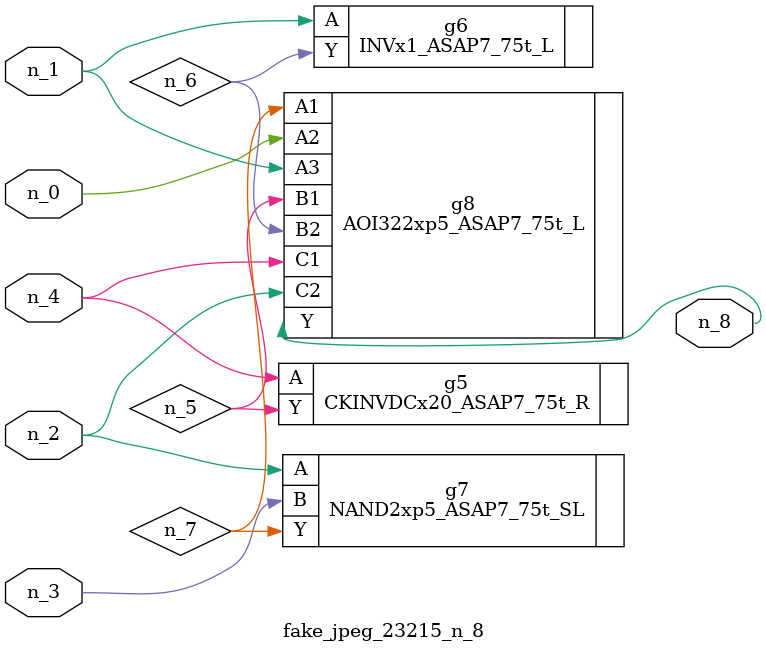
<source format=v>
module fake_jpeg_23215_n_8 (n_3, n_2, n_1, n_0, n_4, n_8);

input n_3;
input n_2;
input n_1;
input n_0;
input n_4;

output n_8;

wire n_6;
wire n_5;
wire n_7;

CKINVDCx20_ASAP7_75t_R g5 ( 
.A(n_4),
.Y(n_5)
);

INVx1_ASAP7_75t_L g6 ( 
.A(n_1),
.Y(n_6)
);

NAND2xp5_ASAP7_75t_SL g7 ( 
.A(n_2),
.B(n_3),
.Y(n_7)
);

AOI322xp5_ASAP7_75t_L g8 ( 
.A1(n_7),
.A2(n_0),
.A3(n_1),
.B1(n_5),
.B2(n_6),
.C1(n_4),
.C2(n_2),
.Y(n_8)
);


endmodule
</source>
